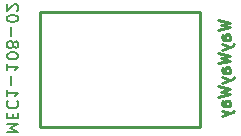
<source format=gbr>
%TF.GenerationSoftware,KiCad,Pcbnew,8.0.4*%
%TF.CreationDate,2024-07-28T12:52:59-07:00*%
%TF.ProjectId,pace 5268ac,70616365-2035-4323-9638-61632e6b6963,rev?*%
%TF.SameCoordinates,Original*%
%TF.FileFunction,Legend,Bot*%
%TF.FilePolarity,Positive*%
%FSLAX46Y46*%
G04 Gerber Fmt 4.6, Leading zero omitted, Abs format (unit mm)*
G04 Created by KiCad (PCBNEW 8.0.4) date 2024-07-28 12:52:59*
%MOMM*%
%LPD*%
G01*
G04 APERTURE LIST*
%ADD10C,0.250000*%
%ADD11C,0.150000*%
%ADD12C,0.254000*%
G04 APERTURE END LIST*
D10*
X112591619Y-90804571D02*
X113591619Y-91042666D01*
X113591619Y-91042666D02*
X112877333Y-91233142D01*
X112877333Y-91233142D02*
X113591619Y-91423618D01*
X113591619Y-91423618D02*
X112591619Y-91661714D01*
X113591619Y-92471237D02*
X113067809Y-92471237D01*
X113067809Y-92471237D02*
X112972571Y-92423618D01*
X112972571Y-92423618D02*
X112924952Y-92328380D01*
X112924952Y-92328380D02*
X112924952Y-92137904D01*
X112924952Y-92137904D02*
X112972571Y-92042666D01*
X113544000Y-92471237D02*
X113591619Y-92375999D01*
X113591619Y-92375999D02*
X113591619Y-92137904D01*
X113591619Y-92137904D02*
X113544000Y-92042666D01*
X113544000Y-92042666D02*
X113448761Y-91995047D01*
X113448761Y-91995047D02*
X113353523Y-91995047D01*
X113353523Y-91995047D02*
X113258285Y-92042666D01*
X113258285Y-92042666D02*
X113210666Y-92137904D01*
X113210666Y-92137904D02*
X113210666Y-92375999D01*
X113210666Y-92375999D02*
X113163047Y-92471237D01*
X112924952Y-92852190D02*
X113591619Y-93090285D01*
X112924952Y-93328380D02*
X113591619Y-93090285D01*
X113591619Y-93090285D02*
X113829714Y-92995047D01*
X113829714Y-92995047D02*
X113877333Y-92947428D01*
X113877333Y-92947428D02*
X113924952Y-92852190D01*
X112591619Y-93614095D02*
X113591619Y-93852190D01*
X113591619Y-93852190D02*
X112877333Y-94042666D01*
X112877333Y-94042666D02*
X113591619Y-94233142D01*
X113591619Y-94233142D02*
X112591619Y-94471238D01*
X113591619Y-95280761D02*
X113067809Y-95280761D01*
X113067809Y-95280761D02*
X112972571Y-95233142D01*
X112972571Y-95233142D02*
X112924952Y-95137904D01*
X112924952Y-95137904D02*
X112924952Y-94947428D01*
X112924952Y-94947428D02*
X112972571Y-94852190D01*
X113544000Y-95280761D02*
X113591619Y-95185523D01*
X113591619Y-95185523D02*
X113591619Y-94947428D01*
X113591619Y-94947428D02*
X113544000Y-94852190D01*
X113544000Y-94852190D02*
X113448761Y-94804571D01*
X113448761Y-94804571D02*
X113353523Y-94804571D01*
X113353523Y-94804571D02*
X113258285Y-94852190D01*
X113258285Y-94852190D02*
X113210666Y-94947428D01*
X113210666Y-94947428D02*
X113210666Y-95185523D01*
X113210666Y-95185523D02*
X113163047Y-95280761D01*
X112924952Y-95661714D02*
X113591619Y-95899809D01*
X112924952Y-96137904D02*
X113591619Y-95899809D01*
X113591619Y-95899809D02*
X113829714Y-95804571D01*
X113829714Y-95804571D02*
X113877333Y-95756952D01*
X113877333Y-95756952D02*
X113924952Y-95661714D01*
X112591619Y-96423619D02*
X113591619Y-96661714D01*
X113591619Y-96661714D02*
X112877333Y-96852190D01*
X112877333Y-96852190D02*
X113591619Y-97042666D01*
X113591619Y-97042666D02*
X112591619Y-97280762D01*
X113591619Y-98090285D02*
X113067809Y-98090285D01*
X113067809Y-98090285D02*
X112972571Y-98042666D01*
X112972571Y-98042666D02*
X112924952Y-97947428D01*
X112924952Y-97947428D02*
X112924952Y-97756952D01*
X112924952Y-97756952D02*
X112972571Y-97661714D01*
X113544000Y-98090285D02*
X113591619Y-97995047D01*
X113591619Y-97995047D02*
X113591619Y-97756952D01*
X113591619Y-97756952D02*
X113544000Y-97661714D01*
X113544000Y-97661714D02*
X113448761Y-97614095D01*
X113448761Y-97614095D02*
X113353523Y-97614095D01*
X113353523Y-97614095D02*
X113258285Y-97661714D01*
X113258285Y-97661714D02*
X113210666Y-97756952D01*
X113210666Y-97756952D02*
X113210666Y-97995047D01*
X113210666Y-97995047D02*
X113163047Y-98090285D01*
X112924952Y-98471238D02*
X113591619Y-98709333D01*
X112924952Y-98947428D02*
X113591619Y-98709333D01*
X113591619Y-98709333D02*
X113829714Y-98614095D01*
X113829714Y-98614095D02*
X113877333Y-98566476D01*
X113877333Y-98566476D02*
X113924952Y-98471238D01*
D11*
X94686309Y-100267077D02*
X95688191Y-100267077D01*
X95688191Y-100267077D02*
X94972561Y-99933117D01*
X94972561Y-99933117D02*
X95688191Y-99599156D01*
X95688191Y-99599156D02*
X94686309Y-99599156D01*
X95211104Y-99122069D02*
X95211104Y-98788109D01*
X94686309Y-98644983D02*
X94686309Y-99122069D01*
X94686309Y-99122069D02*
X95688191Y-99122069D01*
X95688191Y-99122069D02*
X95688191Y-98644983D01*
X94781726Y-97643100D02*
X94734018Y-97690809D01*
X94734018Y-97690809D02*
X94686309Y-97833935D01*
X94686309Y-97833935D02*
X94686309Y-97929352D01*
X94686309Y-97929352D02*
X94734018Y-98072478D01*
X94734018Y-98072478D02*
X94829435Y-98167896D01*
X94829435Y-98167896D02*
X94924852Y-98215604D01*
X94924852Y-98215604D02*
X95115687Y-98263313D01*
X95115687Y-98263313D02*
X95258813Y-98263313D01*
X95258813Y-98263313D02*
X95449648Y-98215604D01*
X95449648Y-98215604D02*
X95545065Y-98167896D01*
X95545065Y-98167896D02*
X95640482Y-98072478D01*
X95640482Y-98072478D02*
X95688191Y-97929352D01*
X95688191Y-97929352D02*
X95688191Y-97833935D01*
X95688191Y-97833935D02*
X95640482Y-97690809D01*
X95640482Y-97690809D02*
X95592774Y-97643100D01*
X94686309Y-96688927D02*
X94686309Y-97261431D01*
X94686309Y-96975179D02*
X95688191Y-96975179D01*
X95688191Y-96975179D02*
X95545065Y-97070596D01*
X95545065Y-97070596D02*
X95449648Y-97166014D01*
X95449648Y-97166014D02*
X95401939Y-97261431D01*
X95067978Y-96259549D02*
X95067978Y-95496211D01*
X94686309Y-94494329D02*
X94686309Y-95066833D01*
X94686309Y-94780581D02*
X95688191Y-94780581D01*
X95688191Y-94780581D02*
X95545065Y-94875998D01*
X95545065Y-94875998D02*
X95449648Y-94971416D01*
X95449648Y-94971416D02*
X95401939Y-95066833D01*
X95688191Y-93874117D02*
X95688191Y-93778699D01*
X95688191Y-93778699D02*
X95640482Y-93683282D01*
X95640482Y-93683282D02*
X95592774Y-93635573D01*
X95592774Y-93635573D02*
X95497356Y-93587865D01*
X95497356Y-93587865D02*
X95306522Y-93540156D01*
X95306522Y-93540156D02*
X95067978Y-93540156D01*
X95067978Y-93540156D02*
X94877144Y-93587865D01*
X94877144Y-93587865D02*
X94781726Y-93635573D01*
X94781726Y-93635573D02*
X94734018Y-93683282D01*
X94734018Y-93683282D02*
X94686309Y-93778699D01*
X94686309Y-93778699D02*
X94686309Y-93874117D01*
X94686309Y-93874117D02*
X94734018Y-93969534D01*
X94734018Y-93969534D02*
X94781726Y-94017243D01*
X94781726Y-94017243D02*
X94877144Y-94064951D01*
X94877144Y-94064951D02*
X95067978Y-94112660D01*
X95067978Y-94112660D02*
X95306522Y-94112660D01*
X95306522Y-94112660D02*
X95497356Y-94064951D01*
X95497356Y-94064951D02*
X95592774Y-94017243D01*
X95592774Y-94017243D02*
X95640482Y-93969534D01*
X95640482Y-93969534D02*
X95688191Y-93874117D01*
X95258813Y-92967652D02*
X95306522Y-93063070D01*
X95306522Y-93063070D02*
X95354230Y-93110778D01*
X95354230Y-93110778D02*
X95449648Y-93158487D01*
X95449648Y-93158487D02*
X95497356Y-93158487D01*
X95497356Y-93158487D02*
X95592774Y-93110778D01*
X95592774Y-93110778D02*
X95640482Y-93063070D01*
X95640482Y-93063070D02*
X95688191Y-92967652D01*
X95688191Y-92967652D02*
X95688191Y-92776818D01*
X95688191Y-92776818D02*
X95640482Y-92681400D01*
X95640482Y-92681400D02*
X95592774Y-92633692D01*
X95592774Y-92633692D02*
X95497356Y-92585983D01*
X95497356Y-92585983D02*
X95449648Y-92585983D01*
X95449648Y-92585983D02*
X95354230Y-92633692D01*
X95354230Y-92633692D02*
X95306522Y-92681400D01*
X95306522Y-92681400D02*
X95258813Y-92776818D01*
X95258813Y-92776818D02*
X95258813Y-92967652D01*
X95258813Y-92967652D02*
X95211104Y-93063070D01*
X95211104Y-93063070D02*
X95163396Y-93110778D01*
X95163396Y-93110778D02*
X95067978Y-93158487D01*
X95067978Y-93158487D02*
X94877144Y-93158487D01*
X94877144Y-93158487D02*
X94781726Y-93110778D01*
X94781726Y-93110778D02*
X94734018Y-93063070D01*
X94734018Y-93063070D02*
X94686309Y-92967652D01*
X94686309Y-92967652D02*
X94686309Y-92776818D01*
X94686309Y-92776818D02*
X94734018Y-92681400D01*
X94734018Y-92681400D02*
X94781726Y-92633692D01*
X94781726Y-92633692D02*
X94877144Y-92585983D01*
X94877144Y-92585983D02*
X95067978Y-92585983D01*
X95067978Y-92585983D02*
X95163396Y-92633692D01*
X95163396Y-92633692D02*
X95211104Y-92681400D01*
X95211104Y-92681400D02*
X95258813Y-92776818D01*
X95067978Y-92156605D02*
X95067978Y-91393267D01*
X95688191Y-90725346D02*
X95688191Y-90629928D01*
X95688191Y-90629928D02*
X95640482Y-90534511D01*
X95640482Y-90534511D02*
X95592774Y-90486802D01*
X95592774Y-90486802D02*
X95497356Y-90439094D01*
X95497356Y-90439094D02*
X95306522Y-90391385D01*
X95306522Y-90391385D02*
X95067978Y-90391385D01*
X95067978Y-90391385D02*
X94877144Y-90439094D01*
X94877144Y-90439094D02*
X94781726Y-90486802D01*
X94781726Y-90486802D02*
X94734018Y-90534511D01*
X94734018Y-90534511D02*
X94686309Y-90629928D01*
X94686309Y-90629928D02*
X94686309Y-90725346D01*
X94686309Y-90725346D02*
X94734018Y-90820763D01*
X94734018Y-90820763D02*
X94781726Y-90868472D01*
X94781726Y-90868472D02*
X94877144Y-90916180D01*
X94877144Y-90916180D02*
X95067978Y-90963889D01*
X95067978Y-90963889D02*
X95306522Y-90963889D01*
X95306522Y-90963889D02*
X95497356Y-90916180D01*
X95497356Y-90916180D02*
X95592774Y-90868472D01*
X95592774Y-90868472D02*
X95640482Y-90820763D01*
X95640482Y-90820763D02*
X95688191Y-90725346D01*
X95592774Y-90009716D02*
X95640482Y-89962007D01*
X95640482Y-89962007D02*
X95688191Y-89866590D01*
X95688191Y-89866590D02*
X95688191Y-89628047D01*
X95688191Y-89628047D02*
X95640482Y-89532629D01*
X95640482Y-89532629D02*
X95592774Y-89484921D01*
X95592774Y-89484921D02*
X95497356Y-89437212D01*
X95497356Y-89437212D02*
X95401939Y-89437212D01*
X95401939Y-89437212D02*
X95258813Y-89484921D01*
X95258813Y-89484921D02*
X94686309Y-90057425D01*
X94686309Y-90057425D02*
X94686309Y-89437212D01*
D12*
%TO.C,J0*%
X111034500Y-99814000D02*
X97494500Y-99814000D01*
X111034500Y-90114000D02*
X111034500Y-99814000D01*
X97494500Y-99814000D02*
X97494500Y-90114000D01*
X97494500Y-90114000D02*
X111034500Y-90114000D01*
%TD*%
M02*

</source>
